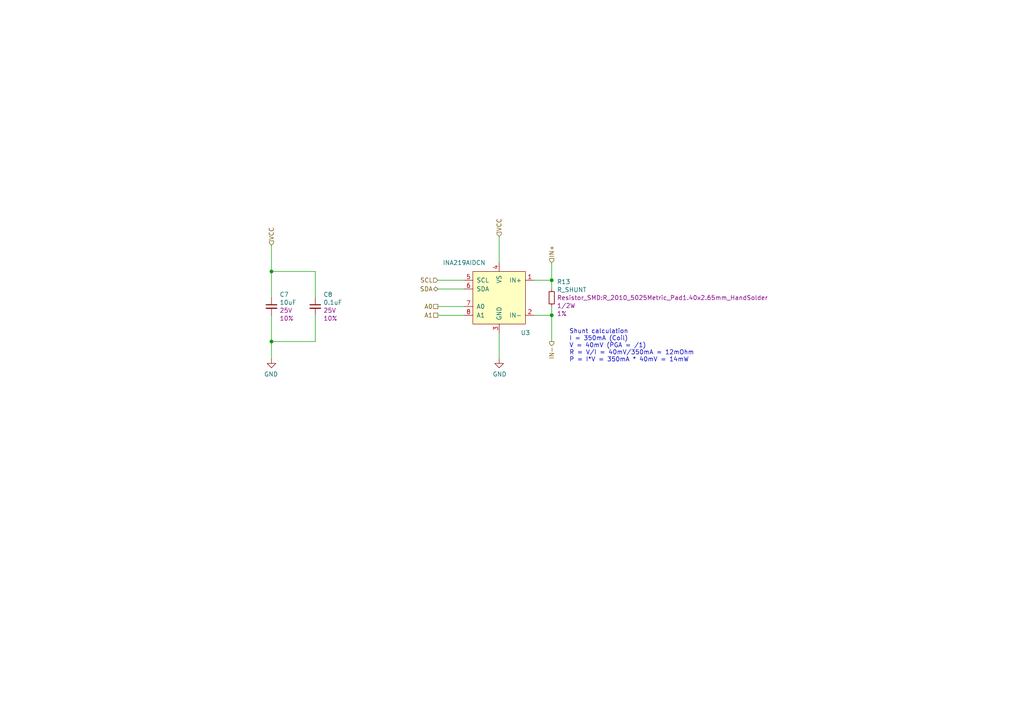
<source format=kicad_sch>
(kicad_sch (version 20230121) (generator eeschema)

  (uuid 32efc497-9335-4aa7-aacd-ba755ab3a0ea)

  (paper "A4")

  (title_block
    (company "Yuri GmbH")
  )

  (lib_symbols
    (symbol "Device:C_Small" (pin_numbers hide) (pin_names (offset 0.254) hide) (in_bom yes) (on_board yes)
      (property "Reference" "C" (at 0.254 1.778 0)
        (effects (font (size 1.27 1.27)) (justify left))
      )
      (property "Value" "C_Small" (at 0.254 -2.032 0)
        (effects (font (size 1.27 1.27)) (justify left))
      )
      (property "Footprint" "" (at 0 0 0)
        (effects (font (size 1.27 1.27)) hide)
      )
      (property "Datasheet" "~" (at 0 0 0)
        (effects (font (size 1.27 1.27)) hide)
      )
      (property "ki_keywords" "capacitor cap" (at 0 0 0)
        (effects (font (size 1.27 1.27)) hide)
      )
      (property "ki_description" "Unpolarized capacitor, small symbol" (at 0 0 0)
        (effects (font (size 1.27 1.27)) hide)
      )
      (property "ki_fp_filters" "C_*" (at 0 0 0)
        (effects (font (size 1.27 1.27)) hide)
      )
      (symbol "C_Small_0_1"
        (polyline
          (pts
            (xy -1.524 -0.508)
            (xy 1.524 -0.508)
          )
          (stroke (width 0.3302) (type default))
          (fill (type none))
        )
        (polyline
          (pts
            (xy -1.524 0.508)
            (xy 1.524 0.508)
          )
          (stroke (width 0.3048) (type default))
          (fill (type none))
        )
      )
      (symbol "C_Small_1_1"
        (pin passive line (at 0 2.54 270) (length 2.032)
          (name "~" (effects (font (size 1.27 1.27))))
          (number "1" (effects (font (size 1.27 1.27))))
        )
        (pin passive line (at 0 -2.54 90) (length 2.032)
          (name "~" (effects (font (size 1.27 1.27))))
          (number "2" (effects (font (size 1.27 1.27))))
        )
      )
    )
    (symbol "Device:R_Small" (pin_numbers hide) (pin_names (offset 0.254) hide) (in_bom yes) (on_board yes)
      (property "Reference" "R" (at 0.762 0.508 0)
        (effects (font (size 1.27 1.27)) (justify left))
      )
      (property "Value" "R_Small" (at 0.762 -1.016 0)
        (effects (font (size 1.27 1.27)) (justify left))
      )
      (property "Footprint" "" (at 0 0 0)
        (effects (font (size 1.27 1.27)) hide)
      )
      (property "Datasheet" "~" (at 0 0 0)
        (effects (font (size 1.27 1.27)) hide)
      )
      (property "ki_keywords" "R resistor" (at 0 0 0)
        (effects (font (size 1.27 1.27)) hide)
      )
      (property "ki_description" "Resistor, small symbol" (at 0 0 0)
        (effects (font (size 1.27 1.27)) hide)
      )
      (property "ki_fp_filters" "R_*" (at 0 0 0)
        (effects (font (size 1.27 1.27)) hide)
      )
      (symbol "R_Small_0_1"
        (rectangle (start -0.762 1.778) (end 0.762 -1.778)
          (stroke (width 0.2032) (type default))
          (fill (type none))
        )
      )
      (symbol "R_Small_1_1"
        (pin passive line (at 0 2.54 270) (length 0.762)
          (name "~" (effects (font (size 1.27 1.27))))
          (number "1" (effects (font (size 1.27 1.27))))
        )
        (pin passive line (at 0 -2.54 90) (length 0.762)
          (name "~" (effects (font (size 1.27 1.27))))
          (number "2" (effects (font (size 1.27 1.27))))
        )
      )
    )
    (symbol "power:GND" (power) (pin_names (offset 0)) (in_bom yes) (on_board yes)
      (property "Reference" "#PWR" (at 0 -6.35 0)
        (effects (font (size 1.27 1.27)) hide)
      )
      (property "Value" "GND" (at 0 -3.81 0)
        (effects (font (size 1.27 1.27)))
      )
      (property "Footprint" "" (at 0 0 0)
        (effects (font (size 1.27 1.27)) hide)
      )
      (property "Datasheet" "" (at 0 0 0)
        (effects (font (size 1.27 1.27)) hide)
      )
      (property "ki_keywords" "global power" (at 0 0 0)
        (effects (font (size 1.27 1.27)) hide)
      )
      (property "ki_description" "Power symbol creates a global label with name \"GND\" , ground" (at 0 0 0)
        (effects (font (size 1.27 1.27)) hide)
      )
      (symbol "GND_0_1"
        (polyline
          (pts
            (xy 0 0)
            (xy 0 -1.27)
            (xy 1.27 -1.27)
            (xy 0 -2.54)
            (xy -1.27 -1.27)
            (xy 0 -1.27)
          )
          (stroke (width 0) (type default))
          (fill (type none))
        )
      )
      (symbol "GND_1_1"
        (pin power_in line (at 0 0 270) (length 0) hide
          (name "GND" (effects (font (size 1.27 1.27))))
          (number "1" (effects (font (size 1.27 1.27))))
        )
      )
    )
    (symbol "t7_bckup-rescue:INA219AIDCN-Sensor_Current" (pin_names (offset 1.016)) (in_bom yes) (on_board yes)
      (property "Reference" "U" (at 2.54 -10.16 0)
        (effects (font (size 1.27 1.27)) (justify left))
      )
      (property "Value" "Sensor_Current_INA219AIDCN" (at 2.54 -12.7 0)
        (effects (font (size 1.27 1.27)) (justify left))
      )
      (property "Footprint" "" (at 0 0 0)
        (effects (font (size 1.27 1.27)) hide)
      )
      (property "Datasheet" "" (at 0 0 0)
        (effects (font (size 1.27 1.27)) hide)
      )
      (symbol "INA219AIDCN-Sensor_Current_0_1"
        (rectangle (start -7.62 7.62) (end 7.62 -7.62)
          (stroke (width 0) (type solid))
          (fill (type background))
        )
      )
      (symbol "INA219AIDCN-Sensor_Current_1_1"
        (pin input line (at 10.16 5.08 180) (length 2.54)
          (name "IN+" (effects (font (size 1.27 1.27))))
          (number "1" (effects (font (size 1.27 1.27))))
        )
        (pin input line (at 10.16 -5.08 180) (length 2.54)
          (name "IN-" (effects (font (size 1.27 1.27))))
          (number "2" (effects (font (size 1.27 1.27))))
        )
        (pin passive line (at 0 -10.16 90) (length 2.54)
          (name "GND" (effects (font (size 1.27 1.27))))
          (number "3" (effects (font (size 1.27 1.27))))
        )
        (pin power_in line (at 0 10.16 270) (length 2.54)
          (name "VS" (effects (font (size 1.27 1.27))))
          (number "4" (effects (font (size 1.27 1.27))))
        )
        (pin bidirectional line (at -10.16 5.08 0) (length 2.54)
          (name "SCL" (effects (font (size 1.27 1.27))))
          (number "5" (effects (font (size 1.27 1.27))))
        )
        (pin bidirectional line (at -10.16 2.54 0) (length 2.54)
          (name "SDA" (effects (font (size 1.27 1.27))))
          (number "6" (effects (font (size 1.27 1.27))))
        )
        (pin input line (at -10.16 -2.54 0) (length 2.54)
          (name "A0" (effects (font (size 1.27 1.27))))
          (number "7" (effects (font (size 1.27 1.27))))
        )
        (pin input line (at -10.16 -5.08 0) (length 2.54)
          (name "A1" (effects (font (size 1.27 1.27))))
          (number "8" (effects (font (size 1.27 1.27))))
        )
      )
    )
  )

  (junction (at 160.02 91.44) (diameter 0) (color 0 0 0 0)
    (uuid 86698341-25e4-471d-b421-ddfe05f9aed8)
  )
  (junction (at 78.74 99.06) (diameter 0) (color 0 0 0 0)
    (uuid a96fd253-2759-439d-bbf4-2806aa06d145)
  )
  (junction (at 160.02 81.28) (diameter 0) (color 0 0 0 0)
    (uuid bfffe990-eb59-4be1-9258-e7e061f47934)
  )
  (junction (at 78.74 78.74) (diameter 0) (color 0 0 0 0)
    (uuid ccdc4bd0-c240-4277-84ca-4f50bc978fa9)
  )

  (wire (pts (xy 144.78 68.58) (xy 144.78 76.2))
    (stroke (width 0) (type default))
    (uuid 16f0c557-44f4-40a2-9a08-796c6ec46eda)
  )
  (wire (pts (xy 134.62 81.28) (xy 127 81.28))
    (stroke (width 0) (type default))
    (uuid 273fac05-ebad-421b-9b53-3de513118cac)
  )
  (wire (pts (xy 78.74 99.06) (xy 78.74 104.14))
    (stroke (width 0) (type default))
    (uuid 3c54e5f2-e542-430f-bd43-389a693c3e99)
  )
  (wire (pts (xy 134.62 91.44) (xy 127 91.44))
    (stroke (width 0) (type default))
    (uuid 56546047-a176-4e5b-8b49-a8916b453736)
  )
  (wire (pts (xy 160.02 81.28) (xy 160.02 83.82))
    (stroke (width 0) (type default))
    (uuid 6f7f5761-c496-4292-a0a2-8044d6071f42)
  )
  (wire (pts (xy 78.74 91.44) (xy 78.74 99.06))
    (stroke (width 0) (type default))
    (uuid 7d52d4b7-7ee2-4dab-96f1-23685aea9fa2)
  )
  (wire (pts (xy 134.62 83.82) (xy 127 83.82))
    (stroke (width 0) (type default))
    (uuid 8b53f352-a382-404e-8c33-749752dd28d1)
  )
  (wire (pts (xy 91.44 99.06) (xy 78.74 99.06))
    (stroke (width 0) (type default))
    (uuid 9b48af9c-be00-4252-b266-8a6b68d2e4b8)
  )
  (wire (pts (xy 78.74 86.36) (xy 78.74 78.74))
    (stroke (width 0) (type default))
    (uuid a0953051-7185-4c11-9563-644c54c08810)
  )
  (wire (pts (xy 160.02 81.28) (xy 160.02 76.2))
    (stroke (width 0) (type default))
    (uuid a8482a1a-bbdc-4a05-b8be-76202c0f6de2)
  )
  (wire (pts (xy 160.02 91.44) (xy 160.02 99.06))
    (stroke (width 0) (type default))
    (uuid a8c6dbbc-4a96-48a2-886b-85cde9eeaac6)
  )
  (wire (pts (xy 144.78 96.52) (xy 144.78 104.14))
    (stroke (width 0) (type default))
    (uuid ae4d0b34-2990-45e0-8c1c-2140b36543df)
  )
  (wire (pts (xy 78.74 78.74) (xy 91.44 78.74))
    (stroke (width 0) (type default))
    (uuid b00d7325-8c09-4b39-a04d-333768740cb5)
  )
  (wire (pts (xy 91.44 78.74) (xy 91.44 86.36))
    (stroke (width 0) (type default))
    (uuid b19bdde0-685a-4157-84ec-64d87cb0a680)
  )
  (wire (pts (xy 154.94 91.44) (xy 160.02 91.44))
    (stroke (width 0) (type default))
    (uuid b30832b2-91a2-42ab-9bd1-56b9b4edfd21)
  )
  (wire (pts (xy 91.44 91.44) (xy 91.44 99.06))
    (stroke (width 0) (type default))
    (uuid b47a4f1a-2b1d-4ad2-837c-53af522436f8)
  )
  (wire (pts (xy 134.62 88.9) (xy 127 88.9))
    (stroke (width 0) (type default))
    (uuid cf003b37-e236-4a83-9424-58ac8ad64ee3)
  )
  (wire (pts (xy 160.02 88.9) (xy 160.02 91.44))
    (stroke (width 0) (type default))
    (uuid e25fcbc6-1c15-455c-a7e0-f9e198077be8)
  )
  (wire (pts (xy 78.74 78.74) (xy 78.74 71.12))
    (stroke (width 0) (type default))
    (uuid ebefb8c5-cb38-4bcf-81fb-7166178ceb13)
  )
  (wire (pts (xy 154.94 81.28) (xy 160.02 81.28))
    (stroke (width 0) (type default))
    (uuid fc540804-dece-476d-b864-539453b18950)
  )

  (text "Shunt calculation\nI = 350mA (Coil)\nV = 40mV (PGA = /1)\nR = V/I = 40mV/350mA = 12mOhm\nP = I*V = 350mA * 40mV = 14mW\n\n\n"
    (at 165.1 109.22 0)
    (effects (font (size 1.27 1.27)) (justify left bottom))
    (uuid 97a92958-b026-4f7b-8f9f-00adaa741e00)
  )

  (hierarchical_label "VCC" (shape input) (at 144.78 68.58 90) (fields_autoplaced)
    (effects (font (size 1.27 1.27)) (justify left))
    (uuid 05670d8a-91ef-461c-b9b6-af8c18091a12)
  )
  (hierarchical_label "A1" (shape passive) (at 127 91.44 180) (fields_autoplaced)
    (effects (font (size 1.27 1.27)) (justify right))
    (uuid 2d5e5248-48f2-40e8-8615-1c38de806050)
  )
  (hierarchical_label "A0" (shape passive) (at 127 88.9 180) (fields_autoplaced)
    (effects (font (size 1.27 1.27)) (justify right))
    (uuid 3f25a892-ae98-400f-8d1d-b52e16026a74)
  )
  (hierarchical_label "IN+" (shape input) (at 160.02 76.2 90) (fields_autoplaced)
    (effects (font (size 1.27 1.27)) (justify left))
    (uuid 698e4b25-f821-4f52-968d-5f7beae18640)
  )
  (hierarchical_label "VCC" (shape input) (at 78.74 71.12 90) (fields_autoplaced)
    (effects (font (size 1.27 1.27)) (justify left))
    (uuid 9b4ff4c5-5876-4df6-9704-cb939692270d)
  )
  (hierarchical_label "SCL" (shape input) (at 127 81.28 180) (fields_autoplaced)
    (effects (font (size 1.27 1.27)) (justify right))
    (uuid c27a7d5c-5d21-49a5-9a17-c19ec1041a21)
  )
  (hierarchical_label "IN-" (shape output) (at 160.02 99.06 270) (fields_autoplaced)
    (effects (font (size 1.27 1.27)) (justify right))
    (uuid e004f773-22ef-4480-a004-35758fd3418c)
  )
  (hierarchical_label "SDA" (shape bidirectional) (at 127 83.82 180) (fields_autoplaced)
    (effects (font (size 1.27 1.27)) (justify right))
    (uuid e1706b97-636e-48ce-bf28-1d919437cedd)
  )

  (symbol (lib_id "t7_bckup-rescue:INA219AIDCN-Sensor_Current") (at 144.78 86.36 0) (unit 1)
    (in_bom yes) (on_board yes) (dnp no)
    (uuid 00000000-0000-0000-0000-00005ce825f9)
    (property "Reference" "U3" (at 152.4 96.52 0)
      (effects (font (size 1.27 1.27)))
    )
    (property "Value" "INA219AIDCN" (at 134.62 76.2 0)
      (effects (font (size 1.27 1.27)))
    )
    (property "Footprint" "Yuri:INA219" (at 144.78 86.36 0)
      (effects (font (size 1.27 1.27)) hide)
    )
    (property "Datasheet" "" (at 144.78 86.36 0)
      (effects (font (size 1.27 1.27)) hide)
    )
    (property "Supplier" "Mouser" (at 0 172.72 0)
      (effects (font (size 1.27 1.27)) hide)
    )
    (property "Supplier part number" "INA219AIDCNR" (at 0 172.72 0)
      (effects (font (size 1.27 1.27)) hide)
    )
    (pin "1" (uuid 9af1f2ad-dd4c-4ce6-adac-37e142945313))
    (pin "2" (uuid 2ddfdf1b-c0c4-4448-9f7c-16240ed594ea))
    (pin "3" (uuid 92d7bfec-64e1-46e4-bc2d-6aaade52e9c6))
    (pin "4" (uuid dfb91af5-37c4-4a37-993a-3b9a6e3b0549))
    (pin "5" (uuid 1379bc9a-eec2-4b76-927f-cab4aa44e284))
    (pin "6" (uuid fd96aeb5-39ea-4783-a16d-d95c18fa978a))
    (pin "7" (uuid 89b7d353-1711-4fdc-87d8-f574222d31ac))
    (pin "8" (uuid 4a7314c3-ba97-4c38-8bd4-d4c36cd34e5e))
    (instances
      (project "fluidics"
        (path "/5aff9a6f-f35d-45e7-96e9-9f7161704ccd/40f35aab-964c-43b3-b9c6-b1020b0f3a33"
          (reference "U3") (unit 1)
        )
        (path "/5aff9a6f-f35d-45e7-96e9-9f7161704ccd/96191f01-fedb-473e-ac66-7b3f9ced5c7d"
          (reference "U10") (unit 1)
        )
        (path "/5aff9a6f-f35d-45e7-96e9-9f7161704ccd/daecec56-c9f5-4488-a489-cc7f30d8412d"
          (reference "U11") (unit 1)
        )
      )
      (project "t7_bckup"
        (path "/93c10f60-9b54-40f2-a8c0-8cf3f7b10c78/00000000-0000-0000-0000-00005ce819f5"
          (reference "U23") (unit 1)
        )
        (path "/93c10f60-9b54-40f2-a8c0-8cf3f7b10c78/00000000-0000-0000-0000-00005d9ae62b"
          (reference "U24") (unit 1)
        )
        (path "/93c10f60-9b54-40f2-a8c0-8cf3f7b10c78"
          (reference "U?") (unit 1)
        )
        (path "/93c10f60-9b54-40f2-a8c0-8cf3f7b10c78/00000000-0000-0000-0000-00005d9c3cf9"
          (reference "U25") (unit 1)
        )
      )
    )
  )

  (symbol (lib_id "Device:R_Small") (at 160.02 86.36 0) (unit 1)
    (in_bom yes) (on_board yes) (dnp no)
    (uuid 00000000-0000-0000-0000-00005ce83623)
    (property "Reference" "R13" (at 161.5186 81.7372 0)
      (effects (font (size 1.27 1.27)) (justify left))
    )
    (property "Value" "R_SHUNT" (at 161.5186 84.0486 0)
      (effects (font (size 1.27 1.27)) (justify left))
    )
    (property "Footprint" "Resistor_SMD:R_2010_5025Metric_Pad1.40x2.65mm_HandSolder" (at 161.5186 86.36 0)
      (effects (font (size 1.27 1.27)) (justify left))
    )
    (property "Datasheet" "~" (at 160.02 86.36 0)
      (effects (font (size 1.27 1.27)) hide)
    )
    (property "Power" "1/2W" (at 161.5186 88.6714 0)
      (effects (font (size 1.27 1.27)) (justify left))
    )
    (property "Tolerance" "1%" (at 161.5186 90.9828 0)
      (effects (font (size 1.27 1.27)) (justify left))
    )
    (property "Supplier" "Mouser" (at 0 172.72 0)
      (effects (font (size 1.27 1.27)) hide)
    )
    (property "Supplier part number" "WSL2010R0120FEA" (at 0 172.72 0)
      (effects (font (size 1.27 1.27)) hide)
    )
    (pin "1" (uuid 2fb0db40-9fac-4d53-b35f-af3d5a257c9b))
    (pin "2" (uuid 568d8591-e994-4fd2-a7c9-d3b595258664))
    (instances
      (project "fluidics"
        (path "/5aff9a6f-f35d-45e7-96e9-9f7161704ccd/40f35aab-964c-43b3-b9c6-b1020b0f3a33"
          (reference "R13") (unit 1)
        )
        (path "/5aff9a6f-f35d-45e7-96e9-9f7161704ccd/96191f01-fedb-473e-ac66-7b3f9ced5c7d"
          (reference "R18") (unit 1)
        )
        (path "/5aff9a6f-f35d-45e7-96e9-9f7161704ccd/daecec56-c9f5-4488-a489-cc7f30d8412d"
          (reference "R19") (unit 1)
        )
      )
      (project "t7_bckup"
        (path "/93c10f60-9b54-40f2-a8c0-8cf3f7b10c78/00000000-0000-0000-0000-00005d9ae62b"
          (reference "R39") (unit 1)
        )
        (path "/93c10f60-9b54-40f2-a8c0-8cf3f7b10c78/00000000-0000-0000-0000-00005ce819f5"
          (reference "R38") (unit 1)
        )
        (path "/93c10f60-9b54-40f2-a8c0-8cf3f7b10c78/00000000-0000-0000-0000-00005d9c3cf9"
          (reference "R40") (unit 1)
        )
      )
    )
  )

  (symbol (lib_id "power:GND") (at 144.78 104.14 0) (unit 1)
    (in_bom yes) (on_board yes) (dnp no)
    (uuid 00000000-0000-0000-0000-00005ce83cc2)
    (property "Reference" "#PWR069" (at 144.78 110.49 0)
      (effects (font (size 1.27 1.27)) hide)
    )
    (property "Value" "GND" (at 144.907 108.5342 0)
      (effects (font (size 1.27 1.27)))
    )
    (property "Footprint" "" (at 144.78 104.14 0)
      (effects (font (size 1.27 1.27)) hide)
    )
    (property "Datasheet" "" (at 144.78 104.14 0)
      (effects (font (size 1.27 1.27)) hide)
    )
    (pin "1" (uuid 628952e1-1f1c-43c0-963e-e6505a7ee9b0))
    (instances
      (project "fluidics"
        (path "/5aff9a6f-f35d-45e7-96e9-9f7161704ccd/40f35aab-964c-43b3-b9c6-b1020b0f3a33"
          (reference "#PWR069") (unit 1)
        )
        (path "/5aff9a6f-f35d-45e7-96e9-9f7161704ccd/96191f01-fedb-473e-ac66-7b3f9ced5c7d"
          (reference "#PWR097") (unit 1)
        )
        (path "/5aff9a6f-f35d-45e7-96e9-9f7161704ccd/daecec56-c9f5-4488-a489-cc7f30d8412d"
          (reference "#PWR099") (unit 1)
        )
      )
      (project "t7_bckup"
        (path "/93c10f60-9b54-40f2-a8c0-8cf3f7b10c78/00000000-0000-0000-0000-00005d9ae62b"
          (reference "#PWR0157") (unit 1)
        )
        (path "/93c10f60-9b54-40f2-a8c0-8cf3f7b10c78/00000000-0000-0000-0000-00005ce819f5"
          (reference "#PWR0155") (unit 1)
        )
        (path "/93c10f60-9b54-40f2-a8c0-8cf3f7b10c78/00000000-0000-0000-0000-00005d9c3cf9"
          (reference "#PWR0159") (unit 1)
        )
      )
    )
  )

  (symbol (lib_id "Device:C_Small") (at 78.74 88.9 0) (unit 1)
    (in_bom yes) (on_board yes) (dnp no)
    (uuid 00000000-0000-0000-0000-00005ce853ff)
    (property "Reference" "C7" (at 81.0768 85.4202 0)
      (effects (font (size 1.27 1.27)) (justify left))
    )
    (property "Value" "10uF" (at 81.0768 87.7316 0)
      (effects (font (size 1.27 1.27)) (justify left))
    )
    (property "Footprint" "Capacitor_SMD:C_0603_1608Metric_Pad1.08x0.95mm_HandSolder" (at 78.74 88.9 0)
      (effects (font (size 1.27 1.27)) hide)
    )
    (property "Datasheet" "~" (at 78.74 88.9 0)
      (effects (font (size 1.27 1.27)) hide)
    )
    (property "Voltage" "25V" (at 81.0768 90.043 0)
      (effects (font (size 1.27 1.27)) (justify left))
    )
    (property "Tolerance" "10%" (at 81.0768 92.3544 0)
      (effects (font (size 1.27 1.27)) (justify left))
    )
    (property "Supplier" "Mouser" (at 0 177.8 0)
      (effects (font (size 1.27 1.27)) hide)
    )
    (property "Supplier part number" "GRM188R61E106KA73J" (at 0 177.8 0)
      (effects (font (size 1.27 1.27)) hide)
    )
    (pin "1" (uuid 4a26e9f9-dcab-47a3-97ff-2f37f20ee32d))
    (pin "2" (uuid 3d89c5d7-a51f-4f2e-9e27-9b3231c4043b))
    (instances
      (project "fluidics"
        (path "/5aff9a6f-f35d-45e7-96e9-9f7161704ccd/40f35aab-964c-43b3-b9c6-b1020b0f3a33"
          (reference "C7") (unit 1)
        )
        (path "/5aff9a6f-f35d-45e7-96e9-9f7161704ccd/96191f01-fedb-473e-ac66-7b3f9ced5c7d"
          (reference "C29") (unit 1)
        )
        (path "/5aff9a6f-f35d-45e7-96e9-9f7161704ccd/daecec56-c9f5-4488-a489-cc7f30d8412d"
          (reference "C31") (unit 1)
        )
      )
      (project "t7_bckup"
        (path "/93c10f60-9b54-40f2-a8c0-8cf3f7b10c78/00000000-0000-0000-0000-00005d9ae62b"
          (reference "C70") (unit 1)
        )
        (path "/93c10f60-9b54-40f2-a8c0-8cf3f7b10c78/00000000-0000-0000-0000-00005ce819f5"
          (reference "C68") (unit 1)
        )
        (path "/93c10f60-9b54-40f2-a8c0-8cf3f7b10c78/00000000-0000-0000-0000-00005d9c3cf9"
          (reference "C72") (unit 1)
        )
      )
    )
  )

  (symbol (lib_id "Device:C_Small") (at 91.44 88.9 0) (unit 1)
    (in_bom yes) (on_board yes) (dnp no)
    (uuid 00000000-0000-0000-0000-00005ce85858)
    (property "Reference" "C8" (at 93.7768 85.4202 0)
      (effects (font (size 1.27 1.27)) (justify left))
    )
    (property "Value" "0.1uF" (at 93.7768 87.7316 0)
      (effects (font (size 1.27 1.27)) (justify left))
    )
    (property "Footprint" "Capacitor_SMD:C_0402_1005Metric_Pad0.74x0.62mm_HandSolder" (at 91.44 88.9 0)
      (effects (font (size 1.27 1.27)) hide)
    )
    (property "Datasheet" "~" (at 91.44 88.9 0)
      (effects (font (size 1.27 1.27)) hide)
    )
    (property "Voltage" "25V" (at 93.7768 90.043 0)
      (effects (font (size 1.27 1.27)) (justify left))
    )
    (property "Tolerance" "10%" (at 93.7768 92.3544 0)
      (effects (font (size 1.27 1.27)) (justify left))
    )
    (property "Supplier" "Mouser" (at 0 177.8 0)
      (effects (font (size 1.27 1.27)) hide)
    )
    (property "Supplier part number" "C603C104K5RAC3121" (at 0 177.8 0)
      (effects (font (size 1.27 1.27)) hide)
    )
    (pin "1" (uuid d410a2bd-e8d5-4f95-958c-16cb40793ab8))
    (pin "2" (uuid 0fedf60f-ca63-494b-9c4d-23bae1d723ee))
    (instances
      (project "fluidics"
        (path "/5aff9a6f-f35d-45e7-96e9-9f7161704ccd/40f35aab-964c-43b3-b9c6-b1020b0f3a33"
          (reference "C8") (unit 1)
        )
        (path "/5aff9a6f-f35d-45e7-96e9-9f7161704ccd/96191f01-fedb-473e-ac66-7b3f9ced5c7d"
          (reference "C30") (unit 1)
        )
        (path "/5aff9a6f-f35d-45e7-96e9-9f7161704ccd/daecec56-c9f5-4488-a489-cc7f30d8412d"
          (reference "C32") (unit 1)
        )
      )
      (project "t7_bckup"
        (path "/93c10f60-9b54-40f2-a8c0-8cf3f7b10c78/00000000-0000-0000-0000-00005d9ae62b"
          (reference "C71") (unit 1)
        )
        (path "/93c10f60-9b54-40f2-a8c0-8cf3f7b10c78/00000000-0000-0000-0000-00005ce819f5"
          (reference "C69") (unit 1)
        )
        (path "/93c10f60-9b54-40f2-a8c0-8cf3f7b10c78/00000000-0000-0000-0000-00005d9c3cf9"
          (reference "C73") (unit 1)
        )
      )
    )
  )

  (symbol (lib_id "power:GND") (at 78.74 104.14 0) (mirror y) (unit 1)
    (in_bom yes) (on_board yes) (dnp no)
    (uuid 00000000-0000-0000-0000-00005ce86739)
    (property "Reference" "#PWR068" (at 78.74 110.49 0)
      (effects (font (size 1.27 1.27)) hide)
    )
    (property "Value" "GND" (at 78.613 108.5342 0)
      (effects (font (size 1.27 1.27)))
    )
    (property "Footprint" "" (at 78.74 104.14 0)
      (effects (font (size 1.27 1.27)) hide)
    )
    (property "Datasheet" "" (at 78.74 104.14 0)
      (effects (font (size 1.27 1.27)) hide)
    )
    (pin "1" (uuid aba44273-644b-4537-a85b-ac2476aed767))
    (instances
      (project "fluidics"
        (path "/5aff9a6f-f35d-45e7-96e9-9f7161704ccd/40f35aab-964c-43b3-b9c6-b1020b0f3a33"
          (reference "#PWR068") (unit 1)
        )
        (path "/5aff9a6f-f35d-45e7-96e9-9f7161704ccd/96191f01-fedb-473e-ac66-7b3f9ced5c7d"
          (reference "#PWR096") (unit 1)
        )
        (path "/5aff9a6f-f35d-45e7-96e9-9f7161704ccd/daecec56-c9f5-4488-a489-cc7f30d8412d"
          (reference "#PWR098") (unit 1)
        )
      )
      (project "t7_bckup"
        (path "/93c10f60-9b54-40f2-a8c0-8cf3f7b10c78/00000000-0000-0000-0000-00005d9ae62b"
          (reference "#PWR0156") (unit 1)
        )
        (path "/93c10f60-9b54-40f2-a8c0-8cf3f7b10c78/00000000-0000-0000-0000-00005ce819f5"
          (reference "#PWR0154") (unit 1)
        )
        (path "/93c10f60-9b54-40f2-a8c0-8cf3f7b10c78/00000000-0000-0000-0000-00005d9c3cf9"
          (reference "#PWR0158") (unit 1)
        )
      )
    )
  )
)

</source>
